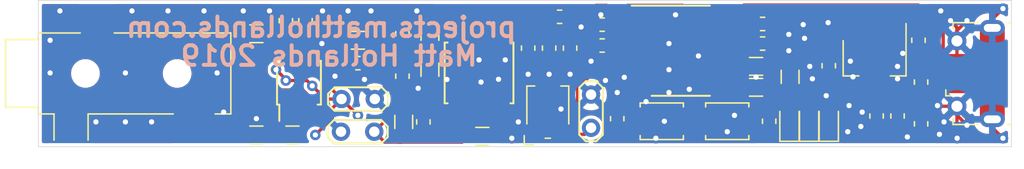
<source format=kicad_pcb>
(kicad_pcb (version 20171130) (host pcbnew "(5.1.2-1)-1")
  (layers (0 F.Cu signal) (31 B.Cu signal) (34 B.Paste user) (35 F.Paste user) (36 B.SilkS user) (37 F.SilkS user) (38 B.Mask user) (39 F.Mask user) (44 Edge.Cuts user))
  (net 0 "")
  (net 1 GND)
  (net 2 +3.3VA)
  (net 3 +3V3)
  (net 4 "Net-(D101-Pad2)")
  (net 5 "Net-(D102-Pad2)")
  (net 6 "Net-(D103-Pad2)")
  (net 7 /USB_DM)
  (net 8 /USB_DP)
  (net 9 "Net-(R101-Pad2)")
  (net 10 "Net-(C103-Pad1)")
  (net 11 "Net-(C105-Pad2)")
  (net 12 "Net-(C107-Pad1)")
  (net 13 "Net-(C113-Pad1)")
  (net 14 "Net-(C113-Pad2)")
  (net 15 "Net-(C114-Pad1)")
  (net 16 "Net-(C118-Pad1)")
  (net 17 "Net-(J102-PadR)")
  (net 18 "Net-(J102-PadT)")
  (net 19 "Net-(R101-Pad1)")
  (net 20 "Net-(R102-Pad1)")
  (net 21 "Net-(R103-Pad1)")
  (net 22 "Net-(R104-Pad2)")
  (net 23 "Net-(R106-Pad2)")
  (net 24 "Net-(R108-Pad1)")
  (net 25 "Net-(R109-Pad1)")
  (net 26 "Net-(R110-Pad1)")
  (net 27 "Net-(R111-Pad1)")
  (net 28 "Net-(RV101-Pad3)")
  (net 29 "Net-(U101-Pad1)")
  (module Capacitor_SMD:C_0603_1608Metric (layer F.Cu) (at 164 116.4 270)
    (fp_text reference C103 hide)
    (fp_text value 10nF)
    (pad 2 smd roundrect (at 0.7875 0 270) (size 0.875 0.95) (layers F.Cu F.Paste F.Mask) (net 1 GND))
    (pad 1 smd roundrect (at -0.7875 0 270) (size 0.875 0.95) (layers F.Cu F.Paste F.Mask) (net 10 "Net-(C103-Pad1)"))
  )
  (module Capacitor_SMD:C_0603_1608Metric (layer F.Cu) (at 135.6 110.6 270)
    (fp_text reference C104 hide)
    (fp_text value 4.7uF)
    (pad 1 smd roundrect (at -0.7875 0 270) (size 0.875 0.95) (layers F.Cu F.Paste F.Mask) (net 2 +3.3VA))
    (pad 2 smd roundrect (at 0.7875 0 270) (size 0.875 0.95) (layers F.Cu F.Paste F.Mask) (net 1 GND))
  )
  (module Capacitor_SMD:C_0603_1608Metric (layer F.Cu) (at 162.2 115.8 270)
    (fp_text reference C109 hide)
    (fp_text value 4.7uF)
    (pad 2 smd roundrect (at 0.7875 0 270) (size 0.875 0.95) (layers F.Cu F.Paste F.Mask) (net 1 GND))
    (pad 1 smd roundrect (at -0.7875 0 270) (size 0.875 0.95) (layers F.Cu F.Paste F.Mask) (net 12 "Net-(C107-Pad1)"))
  )
  (module Capacitor_SMD:C_0603_1608Metric (layer F.Cu) (at 121 111.75 180)
    (fp_text reference C113 hide)
    (fp_text value 10uF)
    (pad 1 smd roundrect (at -0.7875 0 180) (size 0.875 0.95) (layers F.Cu F.Paste F.Mask) (net 13 "Net-(C113-Pad1)"))
    (pad 2 smd roundrect (at 0.7875 0 180) (size 0.875 0.95) (layers F.Cu F.Paste F.Mask) (net 14 "Net-(C113-Pad2)"))
  )
  (module LED_SMD:LED_0603_1608Metric (layer F.Cu) (at 153.95 116.25 90)
    (fp_text reference D101 hide)
    (fp_text value LED)
    (pad 1 smd roundrect (at -0.7875 0 90) (size 0.875 0.95) (layers F.Cu F.Paste F.Mask) (net 1 GND))
    (pad 2 smd roundrect (at 0.7875 0 90) (size 0.875 0.95) (layers F.Cu F.Paste F.Mask) (net 4 "Net-(D101-Pad2)"))
  )
  (module LED_SMD:LED_0603_1608Metric (layer F.Cu) (at 155.45 116.25 90)
    (fp_text reference D102 hide)
    (fp_text value LED)
    (pad 2 smd roundrect (at 0.7875 0 90) (size 0.875 0.95) (layers F.Cu F.Paste F.Mask) (net 5 "Net-(D102-Pad2)"))
    (pad 1 smd roundrect (at -0.7875 0 90) (size 0.875 0.95) (layers F.Cu F.Paste F.Mask) (net 1 GND))
  )
  (module LED_SMD:LED_0603_1608Metric (layer F.Cu) (at 156.95 116.25 90)
    (fp_text reference D103 hide)
    (fp_text value LED)
    (pad 1 smd roundrect (at -0.7875 0 90) (size 0.875 0.95) (layers F.Cu F.Paste F.Mask) (net 1 GND))
    (pad 2 smd roundrect (at 0.7875 0 90) (size 0.875 0.95) (layers F.Cu F.Paste F.Mask) (net 6 "Net-(D103-Pad2)"))
  )
  (module Resistors_SMD:R_0603 (layer F.Cu) (at 116 117.25)
    (fp_text reference R101 hide)
    (fp_text value 16k)
    (pad 1 smd rect (at -0.75 0) (size 0.5 0.9) (layers F.Cu F.Paste F.Mask) (net 19 "Net-(R101-Pad1)"))
    (pad 2 smd rect (at 0.75 0) (size 0.5 0.9) (layers F.Cu F.Paste F.Mask) (net 9 "Net-(R101-Pad2)"))
  )
  (module Resistors_SMD:R_0603 (layer F.Cu) (at 113.25 117.25 180)
    (fp_text reference R102 hide)
    (fp_text value 47k)
    (pad 2 smd rect (at 0.75 0 180) (size 0.5 0.9) (layers F.Cu F.Paste F.Mask) (net 18 "Net-(J102-PadT)"))
    (pad 1 smd rect (at -0.75 0 180) (size 0.5 0.9) (layers F.Cu F.Paste F.Mask) (net 20 "Net-(R102-Pad1)"))
  )
  (module Resistors_SMD:R_0603 (layer F.Cu) (at 113.25 109.5 180)
    (fp_text reference R103 hide)
    (fp_text value 47k)
    (pad 2 smd rect (at 0.75 0 180) (size 0.5 0.9) (layers F.Cu F.Paste F.Mask) (net 17 "Net-(J102-PadR)"))
    (pad 1 smd rect (at -0.75 0 180) (size 0.5 0.9) (layers F.Cu F.Paste F.Mask) (net 21 "Net-(R103-Pad1)"))
  )
  (module Resistors_SMD:R_0603 (layer F.Cu) (at 126.5 109.5 270)
    (fp_text reference R104 hide)
    (fp_text value 10k)
    (pad 2 smd rect (at 0.75 0 270) (size 0.5 0.9) (layers F.Cu F.Paste F.Mask) (net 22 "Net-(R104-Pad2)"))
    (pad 1 smd rect (at -0.75 0 270) (size 0.5 0.9) (layers F.Cu F.Paste F.Mask) (net 2 +3.3VA))
  )
  (module Resistors_SMD:R_0603 (layer F.Cu) (at 126.5 112.25 270)
    (fp_text reference R105 hide)
    (fp_text value 10k)
    (pad 2 smd rect (at 0.75 0 270) (size 0.5 0.9) (layers F.Cu F.Paste F.Mask) (net 1 GND))
    (pad 1 smd rect (at -0.75 0 270) (size 0.5 0.9) (layers F.Cu F.Paste F.Mask) (net 22 "Net-(R104-Pad2)"))
  )
  (module Capacitor_SMD:C_0603_1608Metric (layer F.Cu) (at 134 110.6 270)
    (fp_text reference C101 hide)
    (fp_text value 0.1uF)
    (pad 1 smd roundrect (at -0.7875 0 270) (size 0.875 0.95) (layers F.Cu F.Paste F.Mask) (net 2 +3.3VA))
    (pad 2 smd roundrect (at 0.7875 0 270) (size 0.875 0.95) (layers F.Cu F.Paste F.Mask) (net 1 GND))
  )
  (module Capacitor_SMD:C_0603_1608Metric (layer F.Cu) (at 137.2 110.6 270)
    (fp_text reference C102 hide)
    (fp_text value 100nF)
    (pad 1 smd roundrect (at -0.7875 0 270) (size 0.875 0.95) (layers F.Cu F.Paste F.Mask) (net 2 +3.3VA))
    (pad 2 smd roundrect (at 0.7875 0 270) (size 0.875 0.95) (layers F.Cu F.Paste F.Mask) (net 1 GND))
  )
  (module Capacitor_SMD:C_0603_1608Metric (layer F.Cu) (at 124.4 109.5 270)
    (fp_text reference C105 hide)
    (fp_text value 10uF)
    (pad 2 smd roundrect (at 0.7875 0 270) (size 0.875 0.95) (layers F.Cu F.Paste F.Mask) (net 11 "Net-(C105-Pad2)"))
    (pad 1 smd roundrect (at -0.7875 0 270) (size 0.875 0.95) (layers F.Cu F.Paste F.Mask) (net 2 +3.3VA))
  )
  (module Capacitor_SMD:C_0603_1608Metric (layer F.Cu) (at 124.4 112.75 270)
    (fp_text reference C106 hide)
    (fp_text value 10uF)
    (pad 2 smd roundrect (at 0.7875 0 270) (size 0.875 0.95) (layers F.Cu F.Paste F.Mask) (net 1 GND))
    (pad 1 smd roundrect (at -0.7875 0 270) (size 0.875 0.95) (layers F.Cu F.Paste F.Mask) (net 11 "Net-(C105-Pad2)"))
  )
  (module Capacitor_SMD:C_0603_1608Metric (layer F.Cu) (at 160.6 115.8 270)
    (fp_text reference C107 hide)
    (fp_text value 100nF)
    (pad 2 smd roundrect (at 0.7875 0 270) (size 0.875 0.95) (layers F.Cu F.Paste F.Mask) (net 1 GND))
    (pad 1 smd roundrect (at -0.7875 0 270) (size 0.875 0.95) (layers F.Cu F.Paste F.Mask) (net 12 "Net-(C107-Pad1)"))
  )
  (module Capacitor_SMD:C_0603_1608Metric (layer F.Cu) (at 163.8 110 270)
    (fp_text reference C111 hide)
    (fp_text value 1uF)
    (pad 1 smd roundrect (at -0.7875 0 270) (size 0.875 0.95) (layers F.Cu F.Paste F.Mask) (net 12 "Net-(C107-Pad1)"))
    (pad 2 smd roundrect (at 0.7875 0 270) (size 0.875 0.95) (layers F.Cu F.Paste F.Mask) (net 1 GND))
  )
  (module Capacitor_SMD:C_0603_1608Metric (layer F.Cu) (at 156.95 111.95 270)
    (fp_text reference C112 hide)
    (fp_text value 1uF)
    (pad 2 smd roundrect (at 0.7875 0 270) (size 0.875 0.95) (layers F.Cu F.Paste F.Mask) (net 1 GND))
    (pad 1 smd roundrect (at -0.7875 0 270) (size 0.875 0.95) (layers F.Cu F.Paste F.Mask) (net 3 +3V3))
  )
  (module Capacitor_SMD:C_0603_1608Metric (layer F.Cu) (at 126 116.25 270)
    (fp_text reference C114 hide)
    (fp_text value 560pF)
    (pad 1 smd roundrect (at -0.7875 0 270) (size 0.875 0.95) (layers F.Cu F.Paste F.Mask) (net 15 "Net-(C114-Pad1)"))
    (pad 2 smd roundrect (at 0.7875 0 270) (size 0.875 0.95) (layers F.Cu F.Paste F.Mask) (net 13 "Net-(C113-Pad1)"))
  )
  (module Capacitor_SMD:C_0603_1608Metric (layer F.Cu) (at 139.65 110.4 180)
    (fp_text reference C115 hide)
    (fp_text value 10nF)
    (pad 2 smd roundrect (at 0.7875 0 180) (size 0.875 0.95) (layers F.Cu F.Paste F.Mask) (net 1 GND))
    (pad 1 smd roundrect (at -0.7875 0 180) (size 0.875 0.95) (layers F.Cu F.Paste F.Mask) (net 2 +3.3VA))
  )
  (module Capacitor_SMD:C_0603_1608Metric (layer F.Cu) (at 139.65 108.8 180)
    (fp_text reference C116 hide)
    (fp_text value 1uF)
    (pad 1 smd roundrect (at -0.7875 0 180) (size 0.875 0.95) (layers F.Cu F.Paste F.Mask) (net 2 +3.3VA))
    (pad 2 smd roundrect (at 0.7875 0 180) (size 0.875 0.95) (layers F.Cu F.Paste F.Mask) (net 1 GND))
  )
  (module Capacitor_SMD:C_0603_1608Metric (layer F.Cu) (at 151.9 110.25)
    (fp_text reference C117 hide)
    (fp_text value 100nF)
    (pad 2 smd roundrect (at 0.7875 0) (size 0.875 0.95) (layers F.Cu F.Paste F.Mask) (net 1 GND))
    (pad 1 smd roundrect (at -0.7875 0) (size 0.875 0.95) (layers F.Cu F.Paste F.Mask) (net 3 +3V3))
  )
  (module Capacitor_SMD:C_0603_1608Metric (layer F.Cu) (at 140.8 116 90)
    (fp_text reference C118 hide)
    (fp_text value 100nF)
    (pad 1 smd roundrect (at -0.7875 0 90) (size 0.875 0.95) (layers F.Cu F.Paste F.Mask) (net 16 "Net-(C118-Pad1)"))
    (pad 2 smd roundrect (at 0.7875 0 90) (size 0.875 0.95) (layers F.Cu F.Paste F.Mask) (net 1 GND))
  )
  (module Capacitor_SMD:C_0603_1608Metric (layer F.Cu) (at 151.9 108.75)
    (fp_text reference C119 hide)
    (fp_text value 4.7uF)
    (pad 1 smd roundrect (at -0.7875 0) (size 0.875 0.95) (layers F.Cu F.Paste F.Mask) (net 3 +3V3))
    (pad 2 smd roundrect (at 0.7875 0) (size 0.875 0.95) (layers F.Cu F.Paste F.Mask) (net 1 GND))
  )
  (module Connector_USB:USB_Micro-B_Molex-105017-0001 (layer F.Cu) (at 168.2 112.55 90)
    (fp_text reference J101 hide)
    (fp_text value USB_B_Micro)
    (pad 6 smd rect (at 1 1.2375 90) (size 1.5 1.9) (layers F.Cu F.Paste F.Mask) (net 1 GND))
    (pad 6 thru_hole circle (at -2.5 -1.4625 90) (size 1.45 1.45) (drill 0.85) (layers *.Cu *.Mask) (net 1 GND))
    (pad 2 smd rect (at -0.65 -1.4625 90) (size 0.4 1.35) (layers F.Cu F.Paste F.Mask) (net 7 /USB_DM))
    (pad 1 smd rect (at -1.3 -1.4625 90) (size 0.4 1.35) (layers F.Cu F.Paste F.Mask) (net 10 "Net-(C103-Pad1)"))
    (pad 5 smd rect (at 1.3 -1.4625 90) (size 0.4 1.35) (layers F.Cu F.Paste F.Mask) (net 1 GND))
    (pad 4 smd rect (at 0.65 -1.4625 90) (size 0.4 1.35) (layers F.Cu F.Paste F.Mask))
    (pad 3 smd rect (at 0 -1.4625 90) (size 0.4 1.35) (layers F.Cu F.Paste F.Mask) (net 8 /USB_DP))
    (pad 6 thru_hole circle (at 2.5 -1.4625 90) (size 1.45 1.45) (drill 0.85) (layers *.Cu *.Mask) (net 1 GND))
    (pad 6 smd rect (at -1 1.2375 90) (size 1.5 1.9) (layers F.Cu F.Paste F.Mask) (net 1 GND))
    (pad 6 thru_hole oval (at -3.5 1.2375 270) (size 1.2 1.9) (drill oval 0.6 1.3) (layers *.Cu *.Mask) (net 1 GND))
    (pad 6 thru_hole oval (at 3.5 1.2375 90) (size 1.2 1.9) (drill oval 0.6 1.3) (layers *.Cu *.Mask) (net 1 GND))
    (pad 6 smd rect (at 2.9 1.2375 90) (size 1.2 1.9) (layers F.Cu F.Mask) (net 1 GND))
    (pad 6 smd rect (at -2.9 1.2375 90) (size 1.2 1.9) (layers F.Cu F.Mask) (net 1 GND))
  )
  (module Connector_Audio:Jack_3.5mm_CUI_SJ-3523-SMT_Horizontal (layer F.Cu) (at 102.7 112.54 90)
    (fp_text reference J102 hide)
    (fp_text value AudioJack3)
    (pad R smd rect (at 3.7 -1.6 90) (size 2.8 2.2) (layers F.Cu F.Paste F.Mask) (net 17 "Net-(J102-PadR)"))
    (pad S smd rect (at -3.7 -3.6 90) (size 2.8 2.2) (layers F.Cu F.Paste F.Mask) (net 1 GND))
    (pad T smd rect (at -3.7 5.8 90) (size 2.8 2.8) (layers F.Cu F.Paste F.Mask) (net 18 "Net-(J102-PadT)"))
    (pad "" np_thru_hole circle (at 0 -2.5 90) (size 1.7 1.7) (drill 1.7) (layers *.Cu *.Mask))
    (pad "" np_thru_hole circle (at 0 4.5 90) (size 1.7 1.7) (drill 1.7) (layers *.Cu *.Mask))
  )
  (module Inductor_SMD:L_0603_1608Metric (layer F.Cu) (at 136.4 108.2 180)
    (fp_text reference L101 hide)
    (fp_text value BK0603HS330-T)
    (pad 2 smd roundrect (at 0.7875 0 180) (size 0.875 0.95) (layers F.Cu F.Paste F.Mask) (net 2 +3.3VA))
    (pad 1 smd roundrect (at -0.7875 0 180) (size 0.875 0.95) (layers F.Cu F.Paste F.Mask) (net 3 +3V3))
  )
  (module Inductor_SMD:L_0603_1608Metric (layer F.Cu) (at 164 113.2 90)
    (fp_text reference L102 hide)
    (fp_text value BK0603HS330-T)
    (pad 1 smd roundrect (at -0.7875 0 90) (size 0.875 0.95) (layers F.Cu F.Paste F.Mask) (net 10 "Net-(C103-Pad1)"))
    (pad 2 smd roundrect (at 0.7875 0 90) (size 0.875 0.95) (layers F.Cu F.Paste F.Mask) (net 12 "Net-(C107-Pad1)"))
  )
  (module Resistors_SMD:R_0603 (layer F.Cu) (at 121 110 180)
    (fp_text reference R106 hide)
    (fp_text value 10k)
    (pad 2 smd rect (at 0.75 0 180) (size 0.5 0.9) (layers F.Cu F.Paste F.Mask) (net 23 "Net-(R106-Pad2)"))
    (pad 1 smd rect (at -0.75 0 180) (size 0.5 0.9) (layers F.Cu F.Paste F.Mask) (net 14 "Net-(C113-Pad2)"))
  )
  (module Resistors_SMD:R_0603 (layer F.Cu) (at 124.5 116.25 270)
    (fp_text reference R107 hide)
    (fp_text value 2.2M)
    (pad 1 smd rect (at -0.75 0 270) (size 0.5 0.9) (layers F.Cu F.Paste F.Mask) (net 15 "Net-(C114-Pad1)"))
    (pad 2 smd rect (at 0.75 0 270) (size 0.5 0.9) (layers F.Cu F.Paste F.Mask) (net 13 "Net-(C113-Pad1)"))
  )
  (module Resistors_SMD:R_0603 (layer F.Cu) (at 130.5 117.35 180)
    (fp_text reference R108 hide)
    (fp_text value 1k)
    (pad 2 smd rect (at 0.75 0 180) (size 0.5 0.9) (layers F.Cu F.Paste F.Mask) (net 15 "Net-(C114-Pad1)"))
    (pad 1 smd rect (at -0.75 0 180) (size 0.5 0.9) (layers F.Cu F.Paste F.Mask) (net 24 "Net-(R108-Pad1)"))
  )
  (module Resistor_SMD:R_0603_1608Metric (layer F.Cu) (at 152.4 116.2 270)
    (fp_text reference R109 hide)
    (fp_text value 10k)
    (pad 1 smd roundrect (at -0.7875 0 270) (size 0.875 0.95) (layers F.Cu F.Paste F.Mask) (net 25 "Net-(R109-Pad1)"))
    (pad 2 smd roundrect (at 0.7875 0 270) (size 0.875 0.95) (layers F.Cu F.Paste F.Mask) (net 1 GND))
  )
  (module Resistors_SMD:R_0603 (layer F.Cu) (at 151.4 113.6)
    (fp_text reference R110 hide)
    (fp_text value 750)
    (pad 1 smd rect (at -0.75 0) (size 0.5 0.9) (layers F.Cu F.Paste F.Mask) (net 26 "Net-(R110-Pad1)"))
    (pad 2 smd rect (at 0.75 0) (size 0.5 0.9) (layers F.Cu F.Paste F.Mask) (net 4 "Net-(D101-Pad2)"))
  )
  (module Resistors_SMD:R_0603 (layer F.Cu) (at 151.4 112)
    (fp_text reference R111 hide)
    (fp_text value 750)
    (pad 2 smd rect (at 0.75 0) (size 0.5 0.9) (layers F.Cu F.Paste F.Mask) (net 5 "Net-(D102-Pad2)"))
    (pad 1 smd rect (at -0.75 0) (size 0.5 0.9) (layers F.Cu F.Paste F.Mask) (net 27 "Net-(R111-Pad1)"))
  )
  (module Resistors_SMD:R_0603 (layer F.Cu) (at 154 112.8 270)
    (fp_text reference R112 hide)
    (fp_text value 750)
    (pad 1 smd rect (at -0.75 0 270) (size 0.5 0.9) (layers F.Cu F.Paste F.Mask) (net 3 +3V3))
    (pad 2 smd rect (at 0.75 0 270) (size 0.5 0.9) (layers F.Cu F.Paste F.Mask) (net 6 "Net-(D103-Pad2)"))
  )
  (module Potentiometer_SMD:Potentiometer_Bourns_TC33X_Vertical (layer F.Cu) (at 135.5 115.4 90)
    (fp_text reference RV101 hide)
    (fp_text value R_POT)
    (pad 1 smd rect (at -1.8 -1 90) (size 1.2 1.2) (layers F.Cu F.Paste F.Mask) (net 1 GND))
    (pad 3 smd rect (at -1.8 1 90) (size 1.2 1.2) (layers F.Cu F.Paste F.Mask) (net 28 "Net-(RV101-Pad3)"))
    (pad 2 smd rect (at 1.45 0 90) (size 1.5 1.6) (layers F.Cu F.Paste F.Mask) (net 24 "Net-(R108-Pad1)"))
  )
  (module Buttons_Switches_SMD:SW_SPST_B3U-1000P (layer F.Cu) (at 149.2 116.2 180)
    (fp_text reference SW101 hide)
    (fp_text value SW_Push_45deg)
    (pad 2 smd rect (at 1.7 0 180) (size 0.9 1.7) (layers F.Cu F.Paste F.Mask) (net 25 "Net-(R109-Pad1)"))
    (pad 1 smd rect (at -1.7 0 180) (size 0.9 1.7) (layers F.Cu F.Paste F.Mask) (net 3 +3V3))
  )
  (module Buttons_Switches_SMD:SW_SPST_B3U-1000P (layer F.Cu) (at 144.2 116.2 180)
    (fp_text reference SW102 hide)
    (fp_text value SW_Push_45deg)
    (pad 1 smd rect (at -1.7 0 180) (size 0.9 1.7) (layers F.Cu F.Paste F.Mask) (net 1 GND))
    (pad 2 smd rect (at 1.7 0 180) (size 0.9 1.7) (layers F.Cu F.Paste F.Mask) (net 16 "Net-(C118-Pad1)"))
  )
  (module TestPoint:TestPoint_2Pads_Pitch2.54mm_Drill0.8mm (layer F.Cu) (at 119.75 114.5)
    (fp_text reference TP101 hide)
    (fp_text value TestPoint_2Pole)
    (pad 2 thru_hole circle (at 2.54 0) (size 1.4 1.4) (drill 0.8) (layers *.Cu *.Mask) (net 1 GND))
    (pad 1 thru_hole circle (at 0 0) (size 1.4 1.4) (drill 0.8) (layers *.Cu *.Mask) (net 23 "Net-(R106-Pad2)"))
  )
  (module TestPoint:TestPoint_2Pads_Pitch2.54mm_Drill0.8mm (layer F.Cu) (at 122.25 117 180)
    (fp_text reference TP102 hide)
    (fp_text value TestPoint_2Pole)
    (pad 1 thru_hole circle (at 0 0 180) (size 1.4 1.4) (drill 0.8) (layers *.Cu *.Mask) (net 15 "Net-(C114-Pad1)"))
    (pad 2 thru_hole circle (at 2.54 0 180) (size 1.4 1.4) (drill 0.8) (layers *.Cu *.Mask) (net 1 GND))
  )
  (module TestPoint:TestPoint_2Pads_Pitch2.54mm_Drill0.8mm (layer F.Cu) (at 138.8 116.7 90)
    (fp_text reference TP103 hide)
    (fp_text value TestPoint_2Pole)
    (pad 1 thru_hole circle (at 0 0 90) (size 1.4 1.4) (drill 0.8) (layers *.Cu *.Mask) (net 28 "Net-(RV101-Pad3)"))
    (pad 2 thru_hole circle (at 2.54 0 90) (size 1.4 1.4) (drill 0.8) (layers *.Cu *.Mask) (net 1 GND))
  )
  (module Package_SO:TSSOP-14_4.4x5mm_P0.65mm (layer F.Cu) (at 130.25 112.5 270)
    (fp_text reference U101 hide)
    (fp_text value LMV324)
    (pad 14 smd rect (at 2.95 -1.95 270) (size 1.45 0.45) (layers F.Cu F.Paste F.Mask) (net 28 "Net-(RV101-Pad3)"))
    (pad 13 smd rect (at 2.95 -1.3 270) (size 1.45 0.45) (layers F.Cu F.Paste F.Mask) (net 24 "Net-(R108-Pad1)"))
    (pad 12 smd rect (at 2.95 -0.65 270) (size 1.45 0.45) (layers F.Cu F.Paste F.Mask) (net 11 "Net-(C105-Pad2)"))
    (pad 11 smd rect (at 2.95 0 270) (size 1.45 0.45) (layers F.Cu F.Paste F.Mask) (net 1 GND))
    (pad 10 smd rect (at 2.95 0.65 270) (size 1.45 0.45) (layers F.Cu F.Paste F.Mask) (net 11 "Net-(C105-Pad2)"))
    (pad 9 smd rect (at 2.95 1.3 270) (size 1.45 0.45) (layers F.Cu F.Paste F.Mask) (net 13 "Net-(C113-Pad1)"))
    (pad 8 smd rect (at 2.95 1.95 270) (size 1.45 0.45) (layers F.Cu F.Paste F.Mask) (net 15 "Net-(C114-Pad1)"))
    (pad 7 smd rect (at -2.95 1.95 270) (size 1.45 0.45) (layers F.Cu F.Paste F.Mask) (net 11 "Net-(C105-Pad2)"))
    (pad 6 smd rect (at -2.95 1.3 270) (size 1.45 0.45) (layers F.Cu F.Paste F.Mask) (net 11 "Net-(C105-Pad2)"))
    (pad 5 smd rect (at -2.95 0.65 270) (size 1.45 0.45) (layers F.Cu F.Paste F.Mask) (net 22 "Net-(R104-Pad2)"))
    (pad 4 smd rect (at -2.95 0 270) (size 1.45 0.45) (layers F.Cu F.Paste F.Mask) (net 2 +3.3VA))
    (pad 3 smd rect (at -2.95 -0.65 270) (size 1.45 0.45) (layers F.Cu F.Paste F.Mask) (net 22 "Net-(R104-Pad2)"))
    (pad 2 smd rect (at -2.95 -1.3 270) (size 1.45 0.45) (layers F.Cu F.Paste F.Mask) (net 29 "Net-(U101-Pad1)"))
    (pad 1 smd rect (at -2.95 -1.95 270) (size 1.45 0.45) (layers F.Cu F.Paste F.Mask) (net 29 "Net-(U101-Pad1)"))
  )
  (module Package_TO_SOT_SMD:SOT-89-3 (layer F.Cu) (at 160.45 110.95 270)
    (fp_text reference U103 hide)
    (fp_text value AP2210)
    (pad 2 smd trapezoid (at -0.0762 0) (size 1.5 1) (rect_delta 0 0.7) (layers F.Cu F.Paste F.Mask) (net 1 GND))
    (pad 2 smd rect (at 1.3335 0 180) (size 2.2 1.84) (layers F.Cu F.Paste F.Mask) (net 1 GND))
    (pad 3 smd rect (at -1.48 1.5 180) (size 1 1.5) (layers F.Cu F.Paste F.Mask) (net 3 +3V3))
    (pad 2 smd rect (at -1.3335 0 180) (size 1 1.8) (layers F.Cu F.Paste F.Mask) (net 1 GND))
    (pad 1 smd rect (at -1.48 -1.5 180) (size 1 1.5) (layers F.Cu F.Paste F.Mask) (net 12 "Net-(C107-Pad1)"))
    (pad 2 smd trapezoid (at 2.667 0 180) (size 1.6 0.85) (rect_delta 0 0.6) (layers F.Cu F.Paste F.Mask) (net 1 GND))
  )
  (module Package_SO:TSSOP-20_4.4x6.5mm_P0.65mm (layer F.Cu) (at 145.65 110.8)
    (fp_text reference U105 hide)
    (fp_text value STM32F042F4Px)
    (pad 1 smd rect (at -2.95 -2.925) (size 1.45 0.45) (layers F.Cu F.Paste F.Mask) (net 25 "Net-(R109-Pad1)"))
    (pad 2 smd rect (at -2.95 -2.275) (size 1.45 0.45) (layers F.Cu F.Paste F.Mask))
    (pad 3 smd rect (at -2.95 -1.625) (size 1.45 0.45) (layers F.Cu F.Paste F.Mask))
    (pad 4 smd rect (at -2.95 -0.975) (size 1.45 0.45) (layers F.Cu F.Paste F.Mask) (net 16 "Net-(C118-Pad1)"))
    (pad 5 smd rect (at -2.95 -0.325) (size 1.45 0.45) (layers F.Cu F.Paste F.Mask) (net 2 +3.3VA))
    (pad 6 smd rect (at -2.95 0.325) (size 1.45 0.45) (layers F.Cu F.Paste F.Mask) (net 28 "Net-(RV101-Pad3)"))
    (pad 7 smd rect (at -2.95 0.975) (size 1.45 0.45) (layers F.Cu F.Paste F.Mask))
    (pad 8 smd rect (at -2.95 1.625) (size 1.45 0.45) (layers F.Cu F.Paste F.Mask))
    (pad 9 smd rect (at -2.95 2.275) (size 1.45 0.45) (layers F.Cu F.Paste F.Mask))
    (pad 10 smd rect (at -2.95 2.925) (size 1.45 0.45) (layers F.Cu F.Paste F.Mask))
    (pad 11 smd rect (at 2.95 2.925) (size 1.45 0.45) (layers F.Cu F.Paste F.Mask))
    (pad 12 smd rect (at 2.95 2.275) (size 1.45 0.45) (layers F.Cu F.Paste F.Mask) (net 27 "Net-(R111-Pad1)"))
    (pad 13 smd rect (at 2.95 1.625) (size 1.45 0.45) (layers F.Cu F.Paste F.Mask) (net 26 "Net-(R110-Pad1)"))
    (pad 14 smd rect (at 2.95 0.975) (size 1.45 0.45) (layers F.Cu F.Paste F.Mask))
    (pad 15 smd rect (at 2.95 0.325) (size 1.45 0.45) (layers F.Cu F.Paste F.Mask) (net 1 GND))
    (pad 16 smd rect (at 2.95 -0.325) (size 1.45 0.45) (layers F.Cu F.Paste F.Mask) (net 3 +3V3))
    (pad 17 smd rect (at 2.95 -0.975) (size 1.45 0.45) (layers F.Cu F.Paste F.Mask) (net 7 /USB_DM))
    (pad 18 smd rect (at 2.95 -1.625) (size 1.45 0.45) (layers F.Cu F.Paste F.Mask) (net 8 /USB_DP))
    (pad 19 smd rect (at 2.95 -2.275) (size 1.45 0.45) (layers F.Cu F.Paste F.Mask))
    (pad 20 smd rect (at 2.95 -2.925) (size 1.45 0.45) (layers F.Cu F.Paste F.Mask))
  )
  (module Capacitor_SMD:C_0603_1608Metric (layer F.Cu) (at 115.5 108.5 90)
    (fp_text reference C108 hide)
    (fp_text value 0.1uF)
    (pad 1 smd roundrect (at -0.7875 0 90) (size 0.875 0.95) (layers F.Cu F.Paste F.Mask) (net 2 +3.3VA))
    (pad 2 smd roundrect (at 0.7875 0 90) (size 0.875 0.95) (layers F.Cu F.Paste F.Mask) (net 1 GND))
  )
  (module Capacitor_SMD:C_0603_1608Metric (layer F.Cu) (at 117 108.5 90)
    (fp_text reference C110 hide)
    (fp_text value 10uF)
    (pad 2 smd roundrect (at 0.7875 0 90) (size 0.875 0.95) (layers F.Cu F.Paste F.Mask) (net 1 GND))
    (pad 1 smd roundrect (at -0.7875 0 90) (size 0.875 0.95) (layers F.Cu F.Paste F.Mask) (net 2 +3.3VA))
  )
  (module Package_SO:MSOP-8_3x3mm_P0.65mm (layer F.Cu) (at 116.5 113.25 90)
    (fp_text reference U102 hide)
    (fp_text value AD8226ARMZ)
    (pad 1 smd rect (at -2.2 -0.975 90) (size 1.45 0.45) (layers F.Cu F.Paste F.Mask) (net 20 "Net-(R102-Pad1)"))
    (pad 2 smd rect (at -2.2 -0.325 90) (size 1.45 0.45) (layers F.Cu F.Paste F.Mask) (net 19 "Net-(R101-Pad1)"))
    (pad 3 smd rect (at -2.2 0.325 90) (size 1.45 0.45) (layers F.Cu F.Paste F.Mask) (net 9 "Net-(R101-Pad2)"))
    (pad 4 smd rect (at -2.2 0.975 90) (size 1.45 0.45) (layers F.Cu F.Paste F.Mask) (net 21 "Net-(R103-Pad1)"))
    (pad 5 smd rect (at 2.2 0.975 90) (size 1.45 0.45) (layers F.Cu F.Paste F.Mask) (net 1 GND))
    (pad 6 smd rect (at 2.2 0.325 90) (size 1.45 0.45) (layers F.Cu F.Paste F.Mask) (net 29 "Net-(U101-Pad1)"))
    (pad 7 smd rect (at 2.2 -0.325 90) (size 1.45 0.45) (layers F.Cu F.Paste F.Mask) (net 23 "Net-(R106-Pad2)"))
    (pad 8 smd rect (at 2.2 -0.975 90) (size 1.45 0.45) (layers F.Cu F.Paste F.Mask) (net 2 +3.3VA))
  )
  (gr_text "Matt Hollands 2019" (at 118.8 111.2) (layer B.SilkS) (effects (font (size 1.5 1.5) (thickness 0.3)) (justify mirror)))
  (gr_text projects.matthollands.com (at 118.2 109) (layer B.SilkS) (effects (font (size 1.5 1.5) (thickness 0.3)) (justify mirror)))
  (gr_line (start 170.9 106.95) (end 170.9 118.15) (layer Edge.Cuts) (width 0.05))
  (gr_line (start 96.6 106.95) (end 96.6 118.15) (layer Edge.Cuts) (width 0.05))
  (gr_line (start 96.6 106.95) (end 170.9 106.95) (layer Edge.Cuts) (width 0.05))
  (gr_line (start 96.6 118.15) (end 170.9 118.15) (layer Edge.Cuts) (width 0.05))
  (via (at 101 116.25) (size 0.8) (drill 0.4) (layers F.Cu B.Cu) (net 1))
  (segment (start 100.99 116.24) (end 101 116.25) (width 0.25) (layer F.Cu) (net 1))
  (segment (start 99.1 116.24) (end 100.99 116.24) (width 0.25) (layer F.Cu) (net 1))
  (via (at 132.75 117.5) (size 0.8) (drill 0.4) (layers F.Cu B.Cu) (net 1))
  (segment (start 132.95 117.3) (end 132.75 117.5) (width 0.25) (layer F.Cu) (net 1))
  (segment (start 134.5 117.3) (end 132.95 117.3) (width 0.25) (layer F.Cu) (net 1))
  (via (at 114.25 107.75) (size 0.8) (drill 0.4) (layers F.Cu B.Cu) (net 1))
  (segment (start 114.7125 107.9625) (end 114.25 107.5) (width 0.25) (layer F.Cu) (net 1))
  (segment (start 115.5 107.9625) (end 114.7125 107.9625) (width 0.25) (layer F.Cu) (net 1))
  (via (at 118.3 107.75) (size 0.8) (drill 0.4) (layers F.Cu B.Cu) (net 1))
  (segment (start 117.7875 107.9625) (end 118.25 107.5) (width 0.25) (layer F.Cu) (net 1))
  (segment (start 117 107.9625) (end 117.7875 107.9625) (width 0.25) (layer F.Cu) (net 1))
  (via (at 125.6 113.674999) (size 0.8) (drill 0.4) (layers F.Cu B.Cu) (net 1))
  (segment (start 125.462501 113.5375) (end 125.6 113.674999) (width 0.25) (layer F.Cu) (net 1))
  (segment (start 124.4 113.5375) (end 125.462501 113.5375) (width 0.25) (layer F.Cu) (net 1))
  (via (at 127.8 113) (size 0.8) (drill 0.4) (layers F.Cu B.Cu) (net 1))
  (segment (start 126.5 113) (end 127.8 113) (width 0.25) (layer F.Cu) (net 1))
  (segment (start 133.3375 111.3875) (end 130.25 114.475) (width 0.25) (layer F.Cu) (net 1))
  (segment (start 130.25 114.475) (end 130.25 115.45) (width 0.25) (layer F.Cu) (net 1))
  (segment (start 134 111.3875) (end 133.3375 111.3875) (width 0.25) (layer F.Cu) (net 1))
  (via (at 130.4 113.2) (size 0.8) (drill 0.4) (layers F.Cu B.Cu) (net 1))
  (segment (start 130.25 113.35) (end 130.4 113.2) (width 0.25) (layer F.Cu) (net 1))
  (segment (start 130.25 114.475) (end 130.25 113.35) (width 0.25) (layer F.Cu) (net 1))
  (via (at 134 112.6) (size 0.8) (drill 0.4) (layers F.Cu B.Cu) (net 1))
  (segment (start 134 111.3875) (end 134 112.6) (width 0.25) (layer F.Cu) (net 1))
  (via (at 135.6 112.6) (size 0.8) (drill 0.4) (layers F.Cu B.Cu) (net 1))
  (segment (start 135.6 111.3875) (end 135.6 112.6) (width 0.25) (layer F.Cu) (net 1))
  (via (at 137.2 112.6) (size 0.8) (drill 0.4) (layers F.Cu B.Cu) (net 1))
  (segment (start 137.2 111.3875) (end 137.2 112.6) (width 0.25) (layer F.Cu) (net 1))
  (segment (start 153.95 117.0375) (end 155.45 117.0375) (width 0.25) (layer F.Cu) (net 1))
  (segment (start 155.45 117.0375) (end 156.95 117.0375) (width 0.25) (layer F.Cu) (net 1))
  (segment (start 153.9 116.9875) (end 153.95 117.0375) (width 0.25) (layer F.Cu) (net 1))
  (segment (start 152.4 116.9875) (end 153.9 116.9875) (width 0.25) (layer F.Cu) (net 1))
  (via (at 158.4 117) (size 0.8) (drill 0.4) (layers F.Cu B.Cu) (net 1))
  (segment (start 158.3625 117.0375) (end 158.4 117) (width 0.25) (layer F.Cu) (net 1))
  (segment (start 156.95 117.0375) (end 158.3625 117.0375) (width 0.25) (layer F.Cu) (net 1))
  (via (at 149.2 117) (size 0.8) (drill 0.4) (layers F.Cu B.Cu) (net 1))
  (segment (start 149.825 117.625) (end 149.2 117) (width 0.25) (layer F.Cu) (net 1))
  (segment (start 151.7625 117.625) (end 149.825 117.625) (width 0.25) (layer F.Cu) (net 1))
  (segment (start 152.4 116.9875) (end 151.7625 117.625) (width 0.25) (layer F.Cu) (net 1))
  (segment (start 160.45 109.6165) (end 160.45 112.2835) (width 0.25) (layer F.Cu) (net 1))
  (segment (start 161.5335 112.2835) (end 162.2 112.95) (width 0.25) (layer F.Cu) (net 1))
  (segment (start 160.45 112.2835) (end 161.5335 112.2835) (width 0.25) (layer F.Cu) (net 1))
  (via (at 162.2 112.95) (size 0.8) (drill 0.4) (layers F.Cu B.Cu) (net 1))
  (segment (start 160.45 113.617) (end 160.45 112.2835) (width 0.25) (layer F.Cu) (net 1))
  (segment (start 152.9 108.55) (end 153.9 109.55) (width 0.25) (layer F.Cu) (net 1))
  (segment (start 152.6875 108.55) (end 152.9 108.55) (width 0.25) (layer F.Cu) (net 1))
  (via (at 153.9 109.55) (size 0.8) (drill 0.4) (layers F.Cu B.Cu) (net 1))
  (segment (start 152.6875 110.05) (end 153.15 110.05) (width 0.25) (layer F.Cu) (net 1))
  (segment (start 153.15 110.05) (end 153.9 110.8) (width 0.25) (layer F.Cu) (net 1))
  (via (at 153.9 110.8) (size 0.8) (drill 0.4) (layers F.Cu B.Cu) (net 1))
  (segment (start 156.95 112.7375) (end 155.9125 112.7375) (width 0.25) (layer F.Cu) (net 1))
  (via (at 155.7 112.95) (size 0.8) (drill 0.4) (layers F.Cu B.Cu) (net 1))
  (segment (start 155.9125 112.7375) (end 155.7 112.95) (width 0.25) (layer F.Cu) (net 1))
  (via (at 144.4 116.2) (size 0.8) (drill 0.4) (layers F.Cu B.Cu) (net 1))
  (segment (start 145.5 116.2) (end 144.4 116.2) (width 0.25) (layer F.Cu) (net 1))
  (via (at 138.8 111.6) (size 0.8) (drill 0.4) (layers F.Cu B.Cu) (net 1))
  (segment (start 138.8625 111.5375) (end 138.8 111.6) (width 0.25) (layer F.Cu) (net 1))
  (segment (start 138.8625 110.3) (end 138.8625 111.5375) (width 0.25) (layer F.Cu) (net 1))
  (via (at 147 111.2) (size 0.8) (drill 0.4) (layers F.Cu B.Cu) (net 1))
  (segment (start 147.075 111.125) (end 147 111.2) (width 0.25) (layer F.Cu) (net 1))
  (segment (start 148.6 111.125) (end 147.075 111.125) (width 0.25) (layer F.Cu) (net 1))
  (via (at 159.4 116.6) (size 0.8) (drill 0.4) (layers F.Cu B.Cu) (net 1))
  (segment (start 159.4125 116.5875) (end 159.4 116.6) (width 0.25) (layer F.Cu) (net 1))
  (segment (start 160.6 116.5875) (end 159.4125 116.5875) (width 0.25) (layer F.Cu) (net 1))
  (via (at 165.4 117.2) (size 0.8) (drill 0.4) (layers F.Cu B.Cu) (net 1))
  (segment (start 165.3875 117.1875) (end 165.4 117.2) (width 0.25) (layer F.Cu) (net 1))
  (segment (start 164 117.1875) (end 165.3875 117.1875) (width 0.25) (layer F.Cu) (net 1))
  (segment (start 166.7375 109.9) (end 166.7375 111.1) (width 0.25) (layer F.Cu) (net 1))
  (via (at 162.6 111) (size 0.8) (drill 0.4) (layers F.Cu B.Cu) (net 1))
  (segment (start 162.8125 110.7875) (end 162.6 111) (width 0.25) (layer F.Cu) (net 1))
  (segment (start 163.8 110.7875) (end 162.8125 110.7875) (width 0.25) (layer F.Cu) (net 1))
  (via (at 162.2 112) (size 0.8) (drill 0.4) (layers F.Cu B.Cu) (net 1))
  (segment (start 161.9165 112.2835) (end 162.2 112) (width 0.25) (layer F.Cu) (net 1))
  (segment (start 160.45 112.2835) (end 161.9165 112.2835) (width 0.25) (layer F.Cu) (net 1))
  (via (at 158.6 111.6) (size 0.8) (drill 0.4) (layers F.Cu B.Cu) (net 1))
  (segment (start 159.2835 112.2835) (end 158.6 111.6) (width 0.25) (layer F.Cu) (net 1))
  (segment (start 160.45 112.2835) (end 159.2835 112.2835) (width 0.25) (layer F.Cu) (net 1))
  (via (at 158.8 112.8) (size 0.8) (drill 0.4) (layers F.Cu B.Cu) (net 1))
  (segment (start 159.3165 112.2835) (end 158.8 112.8) (width 0.25) (layer F.Cu) (net 1))
  (segment (start 160.45 112.2835) (end 159.3165 112.2835) (width 0.25) (layer F.Cu) (net 1))
  (via (at 140.8 114) (size 0.8) (drill 0.4) (layers F.Cu B.Cu) (net 1))
  (segment (start 140.8 115.2125) (end 140.8 114) (width 0.25) (layer F.Cu) (net 1))
  (via (at 162.95 117.4) (size 0.8) (drill 0.4) (layers F.Cu B.Cu) (net 1))
  (segment (start 162.2 116.65) (end 162.95 117.4) (width 0.25) (layer F.Cu) (net 1))
  (segment (start 162.2 116.5875) (end 162.2 116.65) (width 0.25) (layer F.Cu) (net 1))
  (via (at 138.039077 108.982214) (size 0.8) (drill 0.4) (layers F.Cu B.Cu) (net 1))
  (segment (start 138.221291 108.8) (end 138.039077 108.982214) (width 0.25) (layer F.Cu) (net 1))
  (segment (start 138.8625 108.8) (end 138.221291 108.8) (width 0.25) (layer F.Cu) (net 1))
  (via (at 139.55 108.05) (size 0.8) (drill 0.4) (layers F.Cu B.Cu) (net 1))
  (segment (start 138.8625 108.7375) (end 139.55 108.05) (width 0.25) (layer F.Cu) (net 1))
  (segment (start 138.8625 108.8) (end 138.8625 108.7375) (width 0.25) (layer F.Cu) (net 1))
  (via (at 156.9 108.65) (size 0.8) (drill 0.4) (layers F.Cu B.Cu) (net 1))
  (segment (start 156.8 108.55) (end 156.9 108.65) (width 0.25) (layer F.Cu) (net 1))
  (segment (start 152.6875 108.55) (end 156.8 108.55) (width 0.25) (layer F.Cu) (net 1))
  (via (at 155 108.8) (size 0.8) (drill 0.4) (layers F.Cu B.Cu) (net 1))
  (segment (start 154.75 108.55) (end 155 108.8) (width 0.25) (layer F.Cu) (net 1))
  (segment (start 152.6875 108.55) (end 154.75 108.55) (width 0.25) (layer F.Cu) (net 1))
  (via (at 155.1 109.85) (size 0.8) (drill 0.4) (layers F.Cu B.Cu) (net 1))
  (segment (start 153.8 108.55) (end 155.1 109.85) (width 0.25) (layer F.Cu) (net 1))
  (segment (start 152.6875 108.55) (end 153.8 108.55) (width 0.25) (layer F.Cu) (net 1))
  (via (at 103.25 116.25) (size 0.8) (drill 0.4) (layers F.Cu B.Cu) (net 1))
  (segment (start 103.24 116.24) (end 103.25 116.25) (width 0.25) (layer F.Cu) (net 1))
  (segment (start 99.1 116.24) (end 103.24 116.24) (width 0.25) (layer F.Cu) (net 1))
  (via (at 105.25 116.25) (size 0.8) (drill 0.4) (layers F.Cu B.Cu) (net 1))
  (segment (start 103.25 116.25) (end 105.25 116.25) (width 0.25) (layer F.Cu) (net 1))
  (via (at 112.25 107.75) (size 0.8) (drill 0.4) (layers F.Cu B.Cu) (net 1))
  (segment (start 114.25 107.75) (end 112.25 107.75) (width 0.25) (layer F.Cu) (net 1))
  (via (at 109.25 107.75) (size 0.8) (drill 0.4) (layers F.Cu B.Cu) (net 1))
  (segment (start 112.25 107.75) (end 109.25 107.75) (width 0.25) (layer B.Cu) (net 1))
  (via (at 106.5 107.75) (size 0.8) (drill 0.4) (layers F.Cu B.Cu) (net 1))
  (segment (start 109.25 107.75) (end 106.5 107.75) (width 0.25) (layer B.Cu) (net 1))
  (via (at 118.25 110.25) (size 0.8) (drill 0.4) (layers F.Cu B.Cu) (net 1))
  (segment (start 117.475 111.025) (end 118.25 110.25) (width 0.25) (layer F.Cu) (net 1))
  (segment (start 117.475 111.05) (end 117.475 111.025) (width 0.25) (layer F.Cu) (net 1))
  (segment (start 130.4 111.65) (end 130.25 111.5) (width 0.25) (layer F.Cu) (net 1))
  (via (at 130.25 111.5) (size 0.8) (drill 0.4) (layers F.Cu B.Cu) (net 1))
  (segment (start 130.4 113.2) (end 130.4 111.65) (width 0.25) (layer F.Cu) (net 1))
  (via (at 132.25 111.5) (size 0.8) (drill 0.4) (layers F.Cu B.Cu) (net 1))
  (segment (start 130.25 111.5) (end 132.25 111.5) (width 0.25) (layer F.Cu) (net 1))
  (via (at 131.737347 112.987347) (size 0.8) (drill 0.4) (layers F.Cu B.Cu) (net 1))
  (segment (start 132.25 112.474694) (end 131.737347 112.987347) (width 0.25) (layer F.Cu) (net 1))
  (segment (start 132.25 111.5) (end 132.25 112.474694) (width 0.25) (layer F.Cu) (net 1))
  (via (at 136.505046 115.263878) (size 0.8) (drill 0.4) (layers F.Cu B.Cu) (net 1))
  (segment (start 137.2 114.568924) (end 136.505046 115.263878) (width 0.25) (layer F.Cu) (net 1))
  (segment (start 137.2 112.6) (end 137.2 114.568924) (width 0.25) (layer F.Cu) (net 1))
  (segment (start 134.2 117.2) (end 133.25 116.25) (width 0.25) (layer F.Cu) (net 1))
  (via (at 133.25 116.25) (size 0.8) (drill 0.4) (layers F.Cu B.Cu) (net 1))
  (segment (start 134.5 117.2) (end 134.2 117.2) (width 0.25) (layer F.Cu) (net 1))
  (via (at 143.75 117.5) (size 0.8) (drill 0.4) (layers F.Cu B.Cu) (net 1))
  (segment (start 144.4 116.85) (end 143.75 117.5) (width 0.25) (layer F.Cu) (net 1))
  (segment (start 144.4 116.2) (end 144.4 116.85) (width 0.25) (layer F.Cu) (net 1))
  (via (at 144.75 114) (size 0.8) (drill 0.4) (layers F.Cu B.Cu) (net 1))
  (segment (start 144.75 115.85) (end 144.75 114) (width 0.25) (layer F.Cu) (net 1))
  (segment (start 144.4 116.2) (end 144.75 115.85) (width 0.25) (layer F.Cu) (net 1))
  (via (at 144.75 112.25) (size 0.8) (drill 0.4) (layers F.Cu B.Cu) (net 1))
  (segment (start 144.75 114) (end 144.75 112.25) (width 0.25) (layer F.Cu) (net 1))
  (via (at 144.75 110.25) (size 0.8) (drill 0.4) (layers F.Cu B.Cu) (net 1))
  (segment (start 144.75 112.25) (end 144.75 110.25) (width 0.25) (layer F.Cu) (net 1))
  (via (at 146.3 113.75) (size 0.8) (drill 0.4) (layers F.Cu B.Cu) (net 1))
  (segment (start 147 113.05) (end 146.3 113.75) (width 0.25) (layer F.Cu) (net 1))
  (segment (start 147 111.2) (end 147 113.05) (width 0.25) (layer F.Cu) (net 1))
  (segment (start 146.449991 110.649991) (end 146.449991 110.199991) (width 0.25) (layer F.Cu) (net 1))
  (segment (start 147 111.2) (end 146.449991 110.649991) (width 0.25) (layer F.Cu) (net 1))
  (segment (start 146.449991 110.199991) (end 146.25 110) (width 0.25) (layer F.Cu) (net 1))
  (via (at 145.25 108.049999) (size 0.8) (drill 0.4) (layers F.Cu B.Cu) (net 1))
  (segment (start 146.25 109.049999) (end 145.25 108.049999) (width 0.25) (layer F.Cu) (net 1))
  (segment (start 146.25 110) (end 146.25 109.049999) (width 0.25) (layer F.Cu) (net 1))
  (via (at 149.75 115.75) (size 0.8) (drill 0.4) (layers F.Cu B.Cu) (net 1))
  (segment (start 149.2 116.3) (end 149.75 115.75) (width 0.25) (layer F.Cu) (net 1))
  (segment (start 149.2 117) (end 149.2 116.3) (width 0.25) (layer F.Cu) (net 1))
  (via (at 158.5 115) (size 0.8) (drill 0.4) (layers F.Cu B.Cu) (net 1))
  (segment (start 158.4 115.1) (end 158.5 115) (width 0.25) (layer F.Cu) (net 1))
  (segment (start 158.4 117) (end 158.4 115.1) (width 0.25) (layer F.Cu) (net 1))
  (via (at 159.5 115.5) (size 0.8) (drill 0.4) (layers F.Cu B.Cu) (net 1))
  (segment (start 159.4 115.6) (end 159.5 115.5) (width 0.25) (layer F.Cu) (net 1))
  (segment (start 159.4 116.6) (end 159.4 115.6) (width 0.25) (layer F.Cu) (net 1))
  (via (at 167.5 116.5) (size 0.8) (drill 0.4) (layers F.Cu B.Cu) (net 1))
  (segment (start 166.7375 115.7375) (end 167.5 116.5) (width 0.25) (layer F.Cu) (net 1))
  (segment (start 166.7375 115.05) (end 166.7375 115.7375) (width 0.25) (layer F.Cu) (net 1))
  (via (at 165.25 115) (size 0.8) (drill 0.4) (layers F.Cu B.Cu) (net 1))
  (segment (start 165.3 115.05) (end 165.25 115) (width 0.25) (layer F.Cu) (net 1))
  (segment (start 166.7375 115.05) (end 165.3 115.05) (width 0.25) (layer F.Cu) (net 1))
  (via (at 165.75 116.25) (size 0.8) (drill 0.4) (layers F.Cu B.Cu) (net 1))
  (segment (start 166.7375 115.2625) (end 165.75 116.25) (width 0.25) (layer F.Cu) (net 1))
  (segment (start 166.7375 115.05) (end 166.7375 115.2625) (width 0.25) (layer F.Cu) (net 1))
  (via (at 166.75 117.5) (size 0.8) (drill 0.4) (layers F.Cu B.Cu) (net 1))
  (segment (start 166.7375 117.4875) (end 166.75 117.5) (width 0.25) (layer F.Cu) (net 1))
  (segment (start 166.7375 115.05) (end 166.7375 117.4875) (width 0.25) (layer F.Cu) (net 1))
  (via (at 170.25 117.5) (size 0.8) (drill 0.4) (layers F.Cu B.Cu) (net 1))
  (segment (start 169.4375 116.6875) (end 170.25 117.5) (width 0.25) (layer F.Cu) (net 1))
  (segment (start 169.4375 115.45) (end 169.4375 116.6875) (width 0.25) (layer F.Cu) (net 1))
  (segment (start 165.5 107.787196) (end 165.5 107.75) (width 0.25) (layer F.Cu) (net 1))
  (segment (start 166.7375 109.024696) (end 165.5 107.787196) (width 0.25) (layer F.Cu) (net 1))
  (via (at 165.5 107.75) (size 0.8) (drill 0.4) (layers F.Cu B.Cu) (net 1))
  (segment (start 166.7375 110.05) (end 166.7375 109.024696) (width 0.25) (layer F.Cu) (net 1))
  (via (at 170.25 107.575) (size 0.8) (drill 0.4) (layers F.Cu B.Cu) (net 1))
  (segment (start 169.4375 108.3875) (end 170.25 107.575) (width 0.25) (layer F.Cu) (net 1))
  (segment (start 169.4375 109.65) (end 169.4375 108.3875) (width 0.25) (layer F.Cu) (net 1))
  (via (at 167.5 108.5) (size 0.8) (drill 0.4) (layers F.Cu B.Cu) (net 1))
  (segment (start 166.7375 109.2625) (end 167.5 108.5) (width 0.25) (layer F.Cu) (net 1))
  (segment (start 166.7375 110.05) (end 166.7375 109.2625) (width 0.25) (layer F.Cu) (net 1))
  (via (at 166.25 108.5) (size 0.8) (drill 0.4) (layers F.Cu B.Cu) (net 1))
  (segment (start 166.7375 108.9875) (end 166.25 108.5) (width 0.25) (layer F.Cu) (net 1))
  (segment (start 166.7375 110.05) (end 166.7375 108.9875) (width 0.25) (layer F.Cu) (net 1))
  (via (at 155.5 112) (size 0.8) (drill 0.4) (layers F.Cu B.Cu) (net 1))
  (segment (start 155.7 112.2) (end 155.5 112) (width 0.25) (layer F.Cu) (net 1))
  (segment (start 155.7 112.95) (end 155.7 112.2) (width 0.25) (layer F.Cu) (net 1))
  (segment (start 155.7 113.187194) (end 156.756403 114.243597) (width 0.25) (layer F.Cu) (net 1))
  (via (at 156.756403 114.243597) (size 0.8) (drill 0.4) (layers F.Cu B.Cu) (net 1))
  (segment (start 155.7 112.95) (end 155.7 113.187194) (width 0.25) (layer F.Cu) (net 1))
  (via (at 151.400001 112.818336) (size 0.8) (drill 0.4) (layers F.Cu B.Cu) (net 1))
  (segment (start 151.400001 111.464999) (end 151.400001 112.818336) (width 0.25) (layer F.Cu) (net 1))
  (segment (start 151.060002 111.125) (end 151.400001 111.464999) (width 0.25) (layer F.Cu) (net 1))
  (segment (start 148.6 111.125) (end 151.060002 111.125) (width 0.25) (layer F.Cu) (net 1))
  (via (at 103.25 112.5) (size 0.8) (drill 0.4) (layers F.Cu B.Cu) (net 1))
  (segment (start 103.25 116.25) (end 103.25 112.5) (width 0.25) (layer F.Cu) (net 1))
  (segment (start 105.649999 115.850001) (end 105.649999 114.850001) (width 0.25) (layer F.Cu) (net 1))
  (segment (start 105.25 116.25) (end 105.649999 115.850001) (width 0.25) (layer F.Cu) (net 1))
  (segment (start 105.649999 114.850001) (end 106.5 114) (width 0.25) (layer F.Cu) (net 1))
  (segment (start 106.5 114) (end 108.75 114) (width 0.25) (layer F.Cu) (net 1))
  (via (at 110.25 112.5) (size 0.8) (drill 0.4) (layers F.Cu B.Cu) (net 1))
  (segment (start 108.75 114) (end 110.25 112.5) (width 0.25) (layer F.Cu) (net 1))
  (segment (start 102.850001 112.100001) (end 102.350001 112.100001) (width 0.25) (layer F.Cu) (net 1))
  (segment (start 103.25 112.5) (end 102.850001 112.100001) (width 0.25) (layer F.Cu) (net 1))
  (segment (start 102.350001 112.100001) (end 101 110.75) (width 0.25) (layer F.Cu) (net 1))
  (segment (start 101 110.75) (end 99.5 110.75) (width 0.25) (layer F.Cu) (net 1))
  (segment (start 99.5 110.75) (end 98.25 109.5) (width 0.25) (layer F.Cu) (net 1))
  (via (at 98.25 107.75) (size 0.8) (drill 0.4) (layers F.Cu B.Cu) (net 1))
  (segment (start 98.25 109.5) (end 98.25 107.75) (width 0.25) (layer F.Cu) (net 1))
  (via (at 97.5 112.5) (size 0.8) (drill 0.4) (layers F.Cu B.Cu) (net 1))
  (segment (start 98.25 111.75) (end 97.5 112.5) (width 0.25) (layer F.Cu) (net 1))
  (segment (start 98.25 107.75) (end 98.25 111.75) (width 0.25) (layer F.Cu) (net 1))
  (via (at 97.5 110) (size 0.8) (drill 0.4) (layers F.Cu B.Cu) (net 1))
  (segment (start 97.5 112.5) (end 97.5 110) (width 0.25) (layer F.Cu) (net 1))
  (via (at 103.75 107.75) (size 0.8) (drill 0.4) (layers F.Cu B.Cu) (net 1))
  (segment (start 106.5 107.75) (end 103.75 107.75) (width 0.25) (layer F.Cu) (net 1))
  (via (at 113.25 116) (size 0.8) (drill 0.4) (layers F.Cu B.Cu) (net 1))
  (segment (start 113.25 115.5) (end 113.25 116) (width 0.25) (layer F.Cu) (net 1))
  (segment (start 110.25 112.5) (end 113.25 115.5) (width 0.25) (layer F.Cu) (net 1))
  (segment (start 110.25 112.5) (end 110.75 113) (width 0.25) (layer F.Cu) (net 1))
  (via (at 110.75 115.5) (size 0.8) (drill 0.4) (layers F.Cu B.Cu) (net 1))
  (segment (start 110.75 113) (end 110.75 115.5) (width 0.25) (layer F.Cu) (net 1))
  (via (at 120.25 107.75) (size 0.8) (drill 0.4) (layers F.Cu B.Cu) (net 1))
  (segment (start 118.3 107.75) (end 120.25 107.75) (width 0.25) (layer F.Cu) (net 1))
  (via (at 122 107.75) (size 0.8) (drill 0.4) (layers F.Cu B.Cu) (net 1))
  (segment (start 120.25 107.75) (end 122 107.75) (width 0.25) (layer F.Cu) (net 1))
  (via (at 125.5 107.75) (size 0.8) (drill 0.4) (layers F.Cu B.Cu) (net 1))
  (segment (start 122 107.75) (end 125.5 107.75) (width 0.25) (layer F.Cu) (net 1))
  (segment (start 120.54 112.75) (end 119.25 112.75) (width 0.25) (layer F.Cu) (net 1))
  (via (at 119.25 112.75) (size 0.8) (drill 0.4) (layers F.Cu B.Cu) (net 1))
  (segment (start 122.29 114.5) (end 120.54 112.75) (width 0.25) (layer F.Cu) (net 1))
  (via (at 121.5 113) (size 0.8) (drill 0.4) (layers F.Cu B.Cu) (net 1))
  (segment (start 121.25 112.75) (end 121.5 113) (width 0.25) (layer F.Cu) (net 1))
  (segment (start 119.25 112.75) (end 121.25 112.75) (width 0.25) (layer F.Cu) (net 1))
  (segment (start 141.3125 114.7) (end 143 114.7) (width 0.25) (layer F.Cu) (net 1))
  (via (at 143 114.7) (size 0.8) (drill 0.4) (layers F.Cu B.Cu) (net 1))
  (segment (start 140.8 115.2125) (end 141.3125 114.7) (width 0.25) (layer F.Cu) (net 1))
  (via (at 139.9 113.075) (size 0.8) (drill 0.4) (layers F.Cu B.Cu) (net 1))
  (segment (start 140.8 113.975) (end 139.9 113.075) (width 0.25) (layer F.Cu) (net 1))
  (segment (start 140.8 114) (end 140.8 113.975) (width 0.25) (layer F.Cu) (net 1))
  (via (at 141.339597 112.835708) (size 0.8) (drill 0.4) (layers F.Cu B.Cu) (net 1))
  (segment (start 140.8 113.375305) (end 141.339597 112.835708) (width 0.25) (layer F.Cu) (net 1))
  (segment (start 140.8 114) (end 140.8 113.375305) (width 0.25) (layer F.Cu) (net 1))
  (segment (start 126.4625 108.7125) (end 126.5 108.75) (width 0.25) (layer F.Cu) (net 2))
  (segment (start 124.4 108.7125) (end 126.4625 108.7125) (width 0.25) (layer F.Cu) (net 2))
  (segment (start 132.99998 107.59998) (end 134 108.6) (width 0.25) (layer F.Cu) (net 2))
  (segment (start 127.15002 107.59998) (end 132.99998 107.59998) (width 0.25) (layer F.Cu) (net 2))
  (segment (start 126.5 108.25) (end 127.15002 107.59998) (width 0.25) (layer F.Cu) (net 2))
  (segment (start 126.5 108.75) (end 126.5 108.25) (width 0.25) (layer F.Cu) (net 2))
  (segment (start 133.538388 110.274112) (end 134 109.8125) (width 0.25) (layer F.Cu) (net 2))
  (segment (start 133.212499 110.600001) (end 133.538388 110.274112) (width 0.25) (layer F.Cu) (net 2))
  (segment (start 130.325001 110.600001) (end 133.212499 110.600001) (width 0.25) (layer F.Cu) (net 2))
  (segment (start 130.25 110.525) (end 130.325001 110.600001) (width 0.25) (layer F.Cu) (net 2))
  (segment (start 130.25 109.55) (end 130.25 110.525) (width 0.25) (layer F.Cu) (net 2))
  (segment (start 134 109.8125) (end 134 108.6) (width 0.25) (layer F.Cu) (net 2))
  (segment (start 135.6 108.2125) (end 135.6125 108.2) (width 0.25) (layer F.Cu) (net 2))
  (segment (start 135.6 109.8125) (end 135.6 108.2125) (width 0.25) (layer F.Cu) (net 2))
  (segment (start 135.6125 108.225) (end 137.2 109.8125) (width 0.25) (layer F.Cu) (net 2))
  (segment (start 135.6125 108.2) (end 135.6125 108.225) (width 0.25) (layer F.Cu) (net 2))
  (segment (start 135.6125 108.2) (end 134 109.8125) (width 0.25) (layer F.Cu) (net 2))
  (segment (start 124.4 108.7125) (end 117.825 108.7125) (width 0.25) (layer F.Cu) (net 2))
  (segment (start 138.206006 109.8125) (end 138.418506 109.6) (width 0.25) (layer F.Cu) (net 2))
  (segment (start 137.2 109.8125) (end 138.206006 109.8125) (width 0.25) (layer F.Cu) (net 2))
  (segment (start 140.4 109.6) (end 140.4375 109.5625) (width 0.25) (layer F.Cu) (net 2))
  (segment (start 138.418506 109.6) (end 140.4 109.6) (width 0.25) (layer F.Cu) (net 2))
  (segment (start 140.4375 109.5625) (end 140.4375 110.3) (width 0.25) (layer F.Cu) (net 2))
  (segment (start 140.4375 108.8) (end 140.4375 109.5625) (width 0.25) (layer F.Cu) (net 2))
  (segment (start 140.5125 110.475) (end 140.4375 110.4) (width 0.25) (layer F.Cu) (net 2))
  (segment (start 142.7 110.475) (end 140.5125 110.475) (width 0.25) (layer F.Cu) (net 2))
  (segment (start 115.525 109.3125) (end 115.5 109.2875) (width 0.25) (layer F.Cu) (net 2))
  (segment (start 115.525 111.05) (end 115.525 109.3125) (width 0.25) (layer F.Cu) (net 2))
  (segment (start 115.5 109.2875) (end 117 109.2875) (width 0.25) (layer F.Cu) (net 2))
  (segment (start 117.575 108.7125) (end 117.825 108.7125) (width 0.25) (layer F.Cu) (net 2))
  (segment (start 117 109.2875) (end 117.575 108.7125) (width 0.25) (layer F.Cu) (net 2))
  (segment (start 151.1125 110.05) (end 151.1125 108.55) (width 0.25) (layer F.Cu) (net 3))
  (segment (start 156.95 109.99) (end 156.97 109.97) (width 0.25) (layer F.Cu) (net 3))
  (segment (start 156.97 109.97) (end 157.47 109.47) (width 0.25) (layer F.Cu) (net 3))
  (segment (start 157.47 109.47) (end 158.95 109.47) (width 0.25) (layer F.Cu) (net 3))
  (segment (start 156.95 111.1625) (end 156.95 109.99) (width 0.25) (layer F.Cu) (net 3))
  (segment (start 149.575 110.475) (end 148.6 110.475) (width 0.25) (layer F.Cu) (net 3))
  (segment (start 150.15 110.475) (end 149.575 110.475) (width 0.25) (layer F.Cu) (net 3))
  (segment (start 150.575 110.05) (end 150.15 110.475) (width 0.25) (layer F.Cu) (net 3))
  (segment (start 151.1125 110.05) (end 150.575 110.05) (width 0.25) (layer F.Cu) (net 3))
  (segment (start 157.411612 111.624112) (end 156.95 111.1625) (width 0.25) (layer F.Cu) (net 3))
  (segment (start 157.75001 111.96251) (end 157.411612 111.624112) (width 0.25) (layer F.Cu) (net 3))
  (segment (start 157.75001 115.906484) (end 157.75001 111.96251) (width 0.25) (layer F.Cu) (net 3))
  (segment (start 157.431484 116.22501) (end 157.75001 115.906484) (width 0.25) (layer F.Cu) (net 3))
  (segment (start 153.468516 116.22501) (end 157.431484 116.22501) (width 0.25) (layer F.Cu) (net 3))
  (segment (start 153.443506 116.2) (end 153.468516 116.22501) (width 0.25) (layer F.Cu) (net 3))
  (segment (start 150.7 116.2) (end 153.443506 116.2) (width 0.25) (layer F.Cu) (net 3))
  (segment (start 156.28 109.97) (end 156.77 109.97) (width 0.25) (layer F.Cu) (net 3))
  (segment (start 154.2 112.05) (end 156.28 109.97) (width 0.25) (layer F.Cu) (net 3))
  (segment (start 154 112.05) (end 154.2 112.05) (width 0.25) (layer F.Cu) (net 3))
  (segment (start 156.97 109.97) (end 156.77 109.97) (width 0.25) (layer F.Cu) (net 3))
  (segment (start 145.774999 107.324999) (end 146.9 108.45) (width 0.25) (layer F.Cu) (net 3))
  (segment (start 147.62499 110.42499) (end 148.6 110.42499) (width 0.25) (layer F.Cu) (net 3))
  (segment (start 137.8375 107.55) (end 138.976998 107.55) (width 0.25) (layer F.Cu) (net 3))
  (segment (start 141.388388 107.538388) (end 141.601777 107.324999) (width 0.25) (layer F.Cu) (net 3))
  (segment (start 141.601777 107.324999) (end 145.774999 107.324999) (width 0.25) (layer F.Cu) (net 3))
  (segment (start 146.9 109.7) (end 147.62499 110.42499) (width 0.25) (layer F.Cu) (net 3))
  (segment (start 140.188388 107.538388) (end 141.388388 107.538388) (width 0.25) (layer F.Cu) (net 3))
  (segment (start 146.9 108.45) (end 146.9 109.7) (width 0.25) (layer F.Cu) (net 3))
  (segment (start 138.976998 107.55) (end 139.201999 107.324999) (width 0.25) (layer F.Cu) (net 3))
  (segment (start 139.974999 107.324999) (end 140.188388 107.538388) (width 0.25) (layer F.Cu) (net 3))
  (segment (start 139.201999 107.324999) (end 139.974999 107.324999) (width 0.25) (layer F.Cu) (net 3))
  (segment (start 137.1875 108.2) (end 137.8375 107.55) (width 0.25) (layer F.Cu) (net 3))
  (segment (start 152.974999 111.224999) (end 153.8 112.05) (width 0.25) (layer F.Cu) (net 3))
  (segment (start 152.087499 111.224999) (end 152.974999 111.224999) (width 0.25) (layer F.Cu) (net 3))
  (segment (start 153.8 112.05) (end 154 112.05) (width 0.25) (layer F.Cu) (net 3))
  (segment (start 151.1125 110.25) (end 152.087499 111.224999) (width 0.25) (layer F.Cu) (net 3))
  (segment (start 152.15 113.6625) (end 152.15 113.6) (width 0.25) (layer F.Cu) (net 4))
  (segment (start 153.95 115.4625) (end 152.15 113.6625) (width 0.25) (layer F.Cu) (net 4))
  (segment (start 154.988388 115.000888) (end 155.45 115.4625) (width 0.25) (layer F.Cu) (net 5))
  (segment (start 153.864988 114.69999) (end 154.68749 114.69999) (width 0.25) (layer F.Cu) (net 5))
  (segment (start 153.224999 113.274999) (end 153.224999 114.060001) (width 0.25) (layer F.Cu) (net 5))
  (segment (start 154.68749 114.69999) (end 154.988388 115.000888) (width 0.25) (layer F.Cu) (net 5))
  (segment (start 153.224999 114.060001) (end 153.864988 114.69999) (width 0.25) (layer F.Cu) (net 5))
  (segment (start 152.15 112.2) (end 153.224999 113.274999) (width 0.25) (layer F.Cu) (net 5))
  (segment (start 152.15 112) (end 152.15 112.2) (width 0.25) (layer F.Cu) (net 5))
  (segment (start 155.0375 113.55) (end 156.95 115.4625) (width 0.25) (layer F.Cu) (net 6))
  (segment (start 154 113.55) (end 155.0375 113.55) (width 0.25) (layer F.Cu) (net 6))
  (segment (start 152.65001 107.74999) (end 153.59999 107.74999) (width 0.25) (layer F.Cu) (net 7))
  (segment (start 150.668516 107.74999) (end 152.65001 107.74999) (width 0.25) (layer F.Cu) (net 7))
  (segment (start 150.34999 108.068516) (end 150.668516 107.74999) (width 0.25) (layer F.Cu) (net 7))
  (segment (start 150.34999 109.05001) (end 150.34999 108.068516) (width 0.25) (layer F.Cu) (net 7))
  (segment (start 149.575 109.825) (end 150.34999 109.05001) (width 0.25) (layer F.Cu) (net 7))
  (segment (start 148.6 109.825) (end 149.575 109.825) (width 0.25) (layer F.Cu) (net 7))
  (segment (start 165.237489 109.405995) (end 163.581484 107.74999) (width 0.25) (layer F.Cu) (net 7))
  (segment (start 165.8125 113.2) (end 165.237489 112.624989) (width 0.25) (layer F.Cu) (net 7))
  (segment (start 163.581484 107.74999) (end 152.65001 107.74999) (width 0.25) (layer F.Cu) (net 7))
  (segment (start 165.237489 112.624989) (end 165.237489 109.405995) (width 0.25) (layer F.Cu) (net 7))
  (segment (start 166.7375 113.2) (end 165.8125 113.2) (width 0.25) (layer F.Cu) (net 7))
  (segment (start 149.899981 108.850019) (end 149.575 109.175) (width 0.25) (layer F.Cu) (net 8))
  (segment (start 149.89998 107.882116) (end 149.899981 108.850019) (width 0.25) (layer F.Cu) (net 8))
  (segment (start 150.482122 107.299975) (end 149.89998 107.882116) (width 0.25) (layer F.Cu) (net 8))
  (segment (start 163.767885 107.299981) (end 150.482122 107.299975) (width 0.25) (layer F.Cu) (net 8))
  (segment (start 165.687499 109.219595) (end 163.767885 107.299981) (width 0.25) (layer F.Cu) (net 8))
  (segment (start 149.575 109.175) (end 148.6 109.175) (width 0.25) (layer F.Cu) (net 8))
  (segment (start 165.687499 112.424999) (end 165.687499 112.012501) (width 0.25) (layer F.Cu) (net 8))
  (segment (start 165.8125 112.55) (end 165.687499 112.424999) (width 0.25) (layer F.Cu) (net 8))
  (segment (start 166.7375 112.55) (end 165.8125 112.55) (width 0.25) (layer F.Cu) (net 8))
  (segment (start 165.687499 112.012501) (end 165.687499 109.219595) (width 0.25) (layer F.Cu) (net 8))
  (segment (start 165.687499 112.160001) (end 165.687499 112.012501) (width 0.25) (layer F.Cu) (net 8))
  (segment (start 116.75 115.43) (end 116.825 115.355) (width 0.25) (layer F.Cu) (net 9))
  (segment (start 116.75 117.25) (end 116.75 115.43) (width 0.25) (layer F.Cu) (net 9))
  (segment (start 164 113.9875) (end 164 115.6125) (width 0.25) (layer F.Cu) (net 10))
  (segment (start 164 113.9875) (end 165.2625 113.9875) (width 0.25) (layer F.Cu) (net 10))
  (segment (start 165.4 113.85) (end 166.7375 113.85) (width 0.25) (layer F.Cu) (net 10))
  (segment (start 165.2625 113.9875) (end 165.4 113.85) (width 0.25) (layer F.Cu) (net 10))
  (segment (start 124.4 111.2) (end 124.4 110.2875) (width 0.25) (layer F.Cu) (net 11))
  (segment (start 124.4 111.9625) (end 124.4 111.2) (width 0.25) (layer F.Cu) (net 11))
  (segment (start 124.975 111.9625) (end 124.4 111.9625) (width 0.25) (layer F.Cu) (net 11))
  (segment (start 125.087501 112.075001) (end 124.975 111.9625) (width 0.25) (layer F.Cu) (net 11))
  (segment (start 128.325001 112.075001) (end 125.087501 112.075001) (width 0.25) (layer F.Cu) (net 11))
  (segment (start 129.6 113.35) (end 128.325001 112.075001) (width 0.25) (layer F.Cu) (net 11))
  (segment (start 128.3 112.05) (end 128.325001 112.075001) (width 0.25) (layer F.Cu) (net 11))
  (segment (start 128.95 109.55) (end 128.95 110.525) (width 0.25) (layer F.Cu) (net 11))
  (segment (start 128.525 110.95) (end 128.3 110.95) (width 0.25) (layer F.Cu) (net 11))
  (segment (start 128.95 110.525) (end 128.525 110.95) (width 0.25) (layer F.Cu) (net 11))
  (segment (start 128.3 110.95) (end 128.3 112.05) (width 0.25) (layer F.Cu) (net 11))
  (segment (start 128.3 109.55) (end 128.3 110.95) (width 0.25) (layer F.Cu) (net 11))
  (segment (start 129.6 113.9) (end 129.6 113.35) (width 0.25) (layer F.Cu) (net 11))
  (segment (start 129.6 115.45) (end 129.6 113.9) (width 0.25) (layer F.Cu) (net 11))
  (segment (start 130.824999 116.500001) (end 130.9 116.425) (width 0.25) (layer F.Cu) (net 11))
  (segment (start 129.764999 116.500001) (end 130.824999 116.500001) (width 0.25) (layer F.Cu) (net 11))
  (segment (start 129.6 116.335002) (end 129.764999 116.500001) (width 0.25) (layer F.Cu) (net 11))
  (segment (start 130.9 116.425) (end 130.9 115.45) (width 0.25) (layer F.Cu) (net 11))
  (segment (start 129.6 115.45) (end 129.6 116.335002) (width 0.25) (layer F.Cu) (net 11))
  (segment (start 161.95 109.47) (end 161.95 109.72) (width 0.25) (layer F.Cu) (net 12))
  (segment (start 162.7275 109.2125) (end 163.8 109.2125) (width 0.25) (layer F.Cu) (net 12))
  (segment (start 162.47 109.47) (end 162.7275 109.2125) (width 0.25) (layer F.Cu) (net 12))
  (segment (start 162.47 109.47) (end 161.95 109.47) (width 0.25) (layer F.Cu) (net 12))
  (segment (start 160.6 115.0125) (end 162.2 115.0125) (width 0.25) (layer F.Cu) (net 12))
  (segment (start 162.2 114.2125) (end 164 112.4125) (width 0.25) (layer F.Cu) (net 12))
  (segment (start 162.2 115.0125) (end 162.2 114.2125) (width 0.25) (layer F.Cu) (net 12))
  (segment (start 164.787479 111.625021) (end 164.787479 110.199979) (width 0.25) (layer F.Cu) (net 12))
  (segment (start 164.261612 109.674112) (end 163.8 109.2125) (width 0.25) (layer F.Cu) (net 12))
  (segment (start 164.787479 110.199979) (end 164.261612 109.674112) (width 0.25) (layer F.Cu) (net 12))
  (segment (start 164 112.4125) (end 164.787479 111.625021) (width 0.25) (layer F.Cu) (net 12))
  (segment (start 125.9625 117) (end 126 117.0375) (width 0.25) (layer F.Cu) (net 13))
  (segment (start 124.5 117) (end 125.9625 117) (width 0.25) (layer F.Cu) (net 13))
  (segment (start 128.95 116.425) (end 128.95 115.45) (width 0.25) (layer F.Cu) (net 13))
  (segment (start 128.3375 117.0375) (end 128.95 116.425) (width 0.25) (layer F.Cu) (net 13))
  (segment (start 126 117.0375) (end 128.3375 117.0375) (width 0.25) (layer F.Cu) (net 13))
  (segment (start 128.95 114.35) (end 128.95 115.45) (width 0.25) (layer F.Cu) (net 13))
  (segment (start 128 113.8) (end 128.4 113.8) (width 0.25) (layer F.Cu) (net 13))
  (segment (start 124.018505 114.399999) (end 127.400001 114.399999) (width 0.25) (layer F.Cu) (net 13))
  (segment (start 123.315001 113.696495) (end 124.018505 114.399999) (width 0.25) (layer F.Cu) (net 13))
  (segment (start 123.315001 113.277501) (end 123.315001 113.696495) (width 0.25) (layer F.Cu) (net 13))
  (segment (start 128.4 113.8) (end 128.95 114.35) (width 0.25) (layer F.Cu) (net 13))
  (segment (start 127.400001 114.399999) (end 128 113.8) (width 0.25) (layer F.Cu) (net 13))
  (segment (start 121.7875 111.75) (end 123.315001 113.277501) (width 0.25) (layer F.Cu) (net 13))
  (segment (start 121.75 110.2125) (end 120.2125 111.75) (width 0.25) (layer F.Cu) (net 14))
  (segment (start 121.75 110) (end 121.75 110.2125) (width 0.25) (layer F.Cu) (net 14))
  (segment (start 125.9625 115.5) (end 126 115.4625) (width 0.25) (layer F.Cu) (net 15))
  (segment (start 124.5 115.5) (end 125.9625 115.5) (width 0.25) (layer F.Cu) (net 15))
  (segment (start 128.2875 115.4625) (end 128.3 115.45) (width 0.25) (layer F.Cu) (net 15))
  (segment (start 126 115.4625) (end 128.2875 115.4625) (width 0.25) (layer F.Cu) (net 15))
  (segment (start 129.25 117.5) (end 129.75 117.5) (width 0.25) (layer F.Cu) (net 15))
  (segment (start 128.94999 117.80001) (end 129.25 117.5) (width 0.25) (layer F.Cu) (net 15))
  (segment (start 123.75 115.5) (end 122.25 117) (width 0.25) (layer F.Cu) (net 15))
  (segment (start 124.5 115.5) (end 123.75 115.5) (width 0.25) (layer F.Cu) (net 15))
  (segment (start 123.05001 117.80001) (end 124.30001 117.80001) (width 0.25) (layer F.Cu) (net 15))
  (segment (start 122.25 117) (end 123.05001 117.80001) (width 0.25) (layer F.Cu) (net 15))
  (segment (start 124.30001 117.80001) (end 128.94999 117.80001) (width 0.25) (layer F.Cu) (net 15))
  (segment (start 124.05001 117.80001) (end 124.30001 117.80001) (width 0.25) (layer F.Cu) (net 15))
  (segment (start 141.9125 116.7875) (end 142.5 116.2) (width 0.25) (layer F.Cu) (net 16))
  (segment (start 140.8 116.7875) (end 141.9125 116.7875) (width 0.25) (layer F.Cu) (net 16))
  (segment (start 143.585002 109.825) (end 144 110.239998) (width 0.25) (layer F.Cu) (net 16))
  (segment (start 142.7 109.825) (end 143.585002 109.825) (width 0.25) (layer F.Cu) (net 16))
  (segment (start 144 115) (end 143.25 115.75) (width 0.25) (layer F.Cu) (net 16))
  (segment (start 144 110.239998) (end 144 115) (width 0.25) (layer F.Cu) (net 16))
  (segment (start 142.8 116.2) (end 143.25 115.75) (width 0.25) (layer F.Cu) (net 16))
  (segment (start 101.19 108.75) (end 101.1 108.84) (width 0.25) (layer F.Cu) (net 17))
  (segment (start 101.76 109.5) (end 101.1 108.84) (width 0.25) (layer F.Cu) (net 17))
  (segment (start 112.5 109.5) (end 101.76 109.5) (width 0.25) (layer F.Cu) (net 17))
  (segment (start 108.76 116.5) (end 108.5 116.24) (width 0.25) (layer F.Cu) (net 18))
  (segment (start 111.69 116.24) (end 112.5 117.05) (width 0.25) (layer F.Cu) (net 18))
  (segment (start 112.5 117.05) (end 112.5 117.25) (width 0.25) (layer F.Cu) (net 18))
  (segment (start 108.5 116.24) (end 111.69 116.24) (width 0.25) (layer F.Cu) (net 18))
  (segment (start 116.175 116.325) (end 116.175 115.355) (width 0.25) (layer F.Cu) (net 19))
  (segment (start 115.25 117.25) (end 116.175 116.325) (width 0.25) (layer F.Cu) (net 19))
  (segment (start 115.445 115.355) (end 115.525 115.355) (width 0.25) (layer F.Cu) (net 20))
  (segment (start 115.525 115.525) (end 115.525 115.355) (width 0.25) (layer F.Cu) (net 20))
  (segment (start 114 117.05) (end 115.525 115.525) (width 0.25) (layer F.Cu) (net 20))
  (segment (start 114 117.25) (end 114 117.05) (width 0.25) (layer F.Cu) (net 20))
  (segment (start 114 109.5) (end 114 113.115002) (width 0.25) (layer F.Cu) (net 21))
  (segment (start 117.475 114.475) (end 116.807501 113.807501) (width 0.25) (layer F.Cu) (net 21))
  (segment (start 117.475 115.45) (end 117.475 114.475) (width 0.25) (layer F.Cu) (net 21))
  (segment (start 116.807501 113.807501) (end 114.692499 113.807501) (width 0.25) (layer F.Cu) (net 21))
  (segment (start 114 113.115002) (end 114.692499 113.807501) (width 0.25) (layer F.Cu) (net 21))
  (segment (start 129.499999 108.499999) (end 129.6 108.6) (width 0.25) (layer F.Cu) (net 22))
  (segment (start 129.6 108.6) (end 129.6 109.55) (width 0.25) (layer F.Cu) (net 22))
  (segment (start 130.9 108.575) (end 130.9 109.55) (width 0.25) (layer F.Cu) (net 22))
  (segment (start 130.824999 108.499999) (end 130.9 108.575) (width 0.25) (layer F.Cu) (net 22))
  (segment (start 126.5 110.25) (end 126.5 111.1) (width 0.25) (layer F.Cu) (net 22))
  (segment (start 126.5 111.1) (end 126.5 111.5) (width 0.25) (layer F.Cu) (net 22))
  (segment (start 129.699999 108.499999) (end 130.824999 108.499999) (width 0.25) (layer F.Cu) (net 22))
  (segment (start 129.499999 108.499999) (end 129.699999 108.499999) (width 0.25) (layer F.Cu) (net 22))
  (segment (start 127.749999 108.564999) (end 127.814999 108.499999) (width 0.25) (layer F.Cu) (net 22))
  (segment (start 127.814999 108.499999) (end 129.699999 108.499999) (width 0.25) (layer F.Cu) (net 22))
  (segment (start 127.749998 110.050002) (end 127.749999 108.564999) (width 0.25) (layer F.Cu) (net 22))
  (segment (start 127.749998 110.950002) (end 127.749998 110.050002) (width 0.25) (layer F.Cu) (net 22))
  (segment (start 127.2 111.5) (end 127.749998 110.950002) (width 0.25) (layer F.Cu) (net 22))
  (segment (start 126.5 111.5) (end 127.2 111.5) (width 0.25) (layer F.Cu) (net 22))
  (segment (start 118.146402 112.55001) (end 119.25 111.446412) (width 0.25) (layer F.Cu) (net 23))
  (segment (start 116.700011 112.550011) (end 118.146402 112.55001) (width 0.25) (layer F.Cu) (net 23))
  (segment (start 116.175 112.025) (end 116.700011 112.550011) (width 0.25) (layer F.Cu) (net 23))
  (segment (start 116.175 111.05) (end 116.175 112.025) (width 0.25) (layer F.Cu) (net 23))
  (segment (start 120.25 110.2) (end 120.25 110) (width 0.25) (layer F.Cu) (net 23))
  (segment (start 119.25 111.2) (end 120.25 110.2) (width 0.25) (layer F.Cu) (net 23))
  (segment (start 119.25 111.446412) (end 119.25 111.2) (width 0.25) (layer F.Cu) (net 23))
  (segment (start 118.146402 112.896402) (end 118.146402 112.55001) (width 0.25) (layer F.Cu) (net 23))
  (segment (start 119.75 114.5) (end 118.146402 112.896402) (width 0.25) (layer F.Cu) (net 23))
  (segment (start 119.050001 115.949999) (end 117.75 117.25) (width 0.25) (layer F.Cu) (net 23))
  (via (at 117.75 117.25) (size 0.8) (drill 0.4) (layers F.Cu B.Cu) (net 23))
  (segment (start 119.050001 115.199999) (end 119.050001 115.949999) (width 0.25) (layer F.Cu) (net 23))
  (segment (start 119.75 114.5) (end 119.050001 115.199999) (width 0.25) (layer F.Cu) (net 23))
  (via (at 121 115.75) (size 0.8) (drill 0.4) (layers F.Cu B.Cu) (net 23))
  (segment (start 119.75 114.5) (end 121 115.75) (width 0.25) (layer F.Cu) (net 23))
  (via (at 117.512653 113.487347) (size 0.8) (drill 0.4) (layers F.Cu B.Cu) (net 23))
  (segment (start 118.525306 114.5) (end 117.512653 113.487347) (width 0.25) (layer F.Cu) (net 23))
  (segment (start 119.75 114.5) (end 118.525306 114.5) (width 0.25) (layer F.Cu) (net 23))
  (via (at 115.5 113.082501) (size 0.8) (drill 0.4) (layers F.Cu B.Cu) (net 23))
  (segment (start 117.107807 113.082501) (end 115.5 113.082501) (width 0.25) (layer F.Cu) (net 23))
  (segment (start 117.512653 113.487347) (end 117.107807 113.082501) (width 0.25) (layer F.Cu) (net 23))
  (via (at 115.5 113.082501) (size 0.8) (drill 0.4) (layers F.Cu B.Cu) (net 23))
  (via (at 114.75 112.25) (size 0.8) (drill 0.4) (layers F.Cu B.Cu) (net 23))
  (segment (start 115.5 113) (end 114.75 112.25) (width 0.25) (layer F.Cu) (net 23))
  (segment (start 115.5 113.082501) (end 115.5 113) (width 0.25) (layer F.Cu) (net 23))
  (segment (start 131.55 116.425) (end 131.55 115.45) (width 0.25) (layer F.Cu) (net 24))
  (segment (start 131.55 117) (end 131.55 116.425) (width 0.25) (layer F.Cu) (net 24))
  (segment (start 131.25 117.3) (end 131.55 117) (width 0.25) (layer F.Cu) (net 24))
  (segment (start 135.2 113.5) (end 135.5 113.8) (width 0.25) (layer F.Cu) (net 24))
  (segment (start 132.25 113.5) (end 135.2 113.5) (width 0.25) (layer F.Cu) (net 24))
  (segment (start 131.55 114.2) (end 132.25 113.5) (width 0.25) (layer F.Cu) (net 24))
  (segment (start 131.55 115.45) (end 131.55 114.2) (width 0.25) (layer F.Cu) (net 24))
  (segment (start 151.938388 114.950888) (end 152.4 115.4125) (width 0.25) (layer F.Cu) (net 25))
  (segment (start 149.449112 114.950888) (end 151.938388 114.950888) (width 0.25) (layer F.Cu) (net 25))
  (segment (start 148.2 116.2) (end 149.449112 114.950888) (width 0.25) (layer F.Cu) (net 25))
  (segment (start 147.5 116.2) (end 148.2 116.2) (width 0.25) (layer F.Cu) (net 25))
  (segment (start 147.3 115.8) (end 147.3 116.2) (width 0.25) (layer F.Cu) (net 25))
  (segment (start 147.3 116.2) (end 147.5 116.2) (width 0.25) (layer F.Cu) (net 25))
  (segment (start 145.575 109.775) (end 145.575 114.075) (width 0.25) (layer F.Cu) (net 25))
  (segment (start 143.675 107.875) (end 145.575 109.775) (width 0.25) (layer F.Cu) (net 25))
  (segment (start 145.575 114.075) (end 147.3 115.8) (width 0.25) (layer F.Cu) (net 25))
  (segment (start 142.7 107.875) (end 143.675 107.875) (width 0.25) (layer F.Cu) (net 25))
  (segment (start 147.765008 112.37499) (end 148.6 112.37499) (width 0.25) (layer F.Cu) (net 26))
  (segment (start 147.549999 114.210001) (end 147.549999 112.589999) (width 0.25) (layer F.Cu) (net 26))
  (segment (start 147.614999 114.275001) (end 147.549999 114.210001) (width 0.25) (layer F.Cu) (net 26))
  (segment (start 150.15 113.6) (end 149.474999 114.275001) (width 0.25) (layer F.Cu) (net 26))
  (segment (start 147.549999 112.589999) (end 147.765008 112.37499) (width 0.25) (layer F.Cu) (net 26))
  (segment (start 149.474999 114.275001) (end 147.614999 114.275001) (width 0.25) (layer F.Cu) (net 26))
  (segment (start 150.65 113.6) (end 150.15 113.6) (width 0.25) (layer F.Cu) (net 26))
  (segment (start 149.575 113.075) (end 150.65 112) (width 0.25) (layer F.Cu) (net 27))
  (segment (start 148.6 113.075) (end 149.575 113.075) (width 0.25) (layer F.Cu) (net 27))
  (segment (start 135.5 115.45) (end 136.5 116.45) (width 0.25) (layer F.Cu) (net 28))
  (segment (start 132.2 115.45) (end 135.5 115.45) (width 0.25) (layer F.Cu) (net 28))
  (segment (start 138.3 116.7) (end 138.8 116.2) (width 0.25) (layer F.Cu) (net 28))
  (segment (start 136.5 117.3) (end 136.5 116.45) (width 0.25) (layer F.Cu) (net 28))
  (segment (start 137.774999 113.667999) (end 139.092998 112.35) (width 0.25) (layer F.Cu) (net 28))
  (segment (start 137.774999 115.075001) (end 137.774999 113.667999) (width 0.25) (layer F.Cu) (net 28))
  (segment (start 136.5 116.35) (end 137.774999 115.075001) (width 0.25) (layer F.Cu) (net 28))
  (segment (start 136.5 117.2) (end 136.5 116.35) (width 0.25) (layer F.Cu) (net 28))
  (segment (start 139.092998 112.35) (end 140.8 112.35) (width 0.25) (layer F.Cu) (net 28))
  (segment (start 141.725 111.125) (end 142.7 111.125) (width 0.25) (layer F.Cu) (net 28))
  (segment (start 141.375 111.475) (end 141.725 111.125) (width 0.25) (layer F.Cu) (net 28))
  (segment (start 141.375 111.775) (end 141.375 111.475) (width 0.25) (layer F.Cu) (net 28))
  (segment (start 140.8 112.35) (end 141.375 111.775) (width 0.25) (layer F.Cu) (net 28))
  (segment (start 138.3 117.2) (end 138.8 116.7) (width 0.25) (layer F.Cu) (net 28))
  (segment (start 136.5 117.2) (end 138.3 117.2) (width 0.25) (layer F.Cu) (net 28))
  (segment (start 131.55 108.575) (end 131.55 109.55) (width 0.25) (layer F.Cu) (net 29))
  (segment (start 131.02499 108.04999) (end 131.55 108.575) (width 0.25) (layer F.Cu) (net 29))
  (segment (start 131.02499 108.04999) (end 131.54999 108.04999) (width 0.25) (layer F.Cu) (net 29))
  (segment (start 132.2 109.55) (end 132.2 108.45) (width 0.25) (layer F.Cu) (net 29))
  (segment (start 131.79999 108.04999) (end 131.54999 108.04999) (width 0.25) (layer F.Cu) (net 29))
  (segment (start 132.2 108.45) (end 131.79999 108.04999) (width 0.25) (layer F.Cu) (net 29))
  (segment (start 116.900001 112.100001) (end 116.825 112.025) (width 0.25) (layer F.Cu) (net 29))
  (segment (start 117.960001 112.100001) (end 116.900001 112.100001) (width 0.25) (layer F.Cu) (net 29))
  (segment (start 119.674999 110.075001) (end 118.799991 110.950009) (width 0.25) (layer F.Cu) (net 29))
  (segment (start 127.628598 108.04999) (end 127.29999 108.378598) (width 0.25) (layer F.Cu) (net 29))
  (segment (start 118.799991 110.950009) (end 118.799991 111.260011) (width 0.25) (layer F.Cu) (net 29))
  (segment (start 119.674999 109.289999) (end 119.674999 110.075001) (width 0.25) (layer F.Cu) (net 29))
  (segment (start 116.825 112.025) (end 116.825 111.05) (width 0.25) (layer F.Cu) (net 29))
  (segment (start 131.02499 108.04999) (end 127.628598 108.04999) (width 0.25) (layer F.Cu) (net 29))
  (segment (start 119.739999 109.224999) (end 119.674999 109.289999) (width 0.25) (layer F.Cu) (net 29))
  (segment (start 122.775001 109.224999) (end 119.739999 109.224999) (width 0.25) (layer F.Cu) (net 29))
  (segment (start 123.025012 109.47501) (end 122.775001 109.224999) (width 0.25) (layer F.Cu) (net 29))
  (segment (start 118.799991 111.260011) (end 117.960001 112.100001) (width 0.25) (layer F.Cu) (net 29))
  (segment (start 127.29999 108.378598) (end 127.29999 109.235012) (width 0.25) (layer F.Cu) (net 29))
  (segment (start 127.059992 109.47501) (end 123.025012 109.47501) (width 0.25) (layer F.Cu) (net 29))
  (segment (start 127.29999 109.235012) (end 127.059992 109.47501) (width 0.25) (layer F.Cu) (net 29))
  (zone (net 1) (net_name GND) (layer B.Cu) (connect_pads (clearance 0.25)) (min_thickness 0.254) (fill yes (arc_segments 32) (thermal_gap 0.508) (thermal_bridge_width 0.508))
    (polygon (pts (xy 96.6 106.95) (xy 170.9 106.95) (xy 170.9 118.15) (xy 96.6 118.15)))
  )
  (zone (net 1) (net_name GND) (layer F.Cu) (connect_pads (clearance 0.25)) (min_thickness 0.254) (fill yes (arc_segments 32) (thermal_gap 0.508) (thermal_bridge_width 0.508))
    (polygon (pts (xy 96.6 106.95) (xy 170.9 106.95) (xy 170.9 118.15) (xy 96.6 118.15)))
  )
)
</source>
